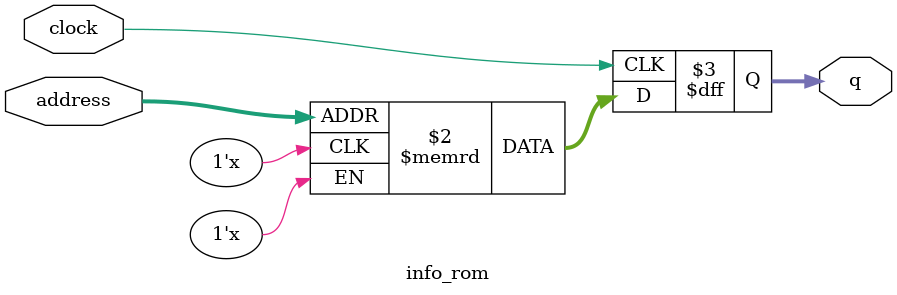
<source format=sv>
module info_rom (
	input logic clock,
	input logic [14:0] address,
	output logic [2:0] q
);

logic [2:0] memory [0:17522] /* synthesis ram_init_file = "./info/info.COE" */;

always_ff @ (posedge clock) begin
	q <= memory[address];
end

endmodule

</source>
